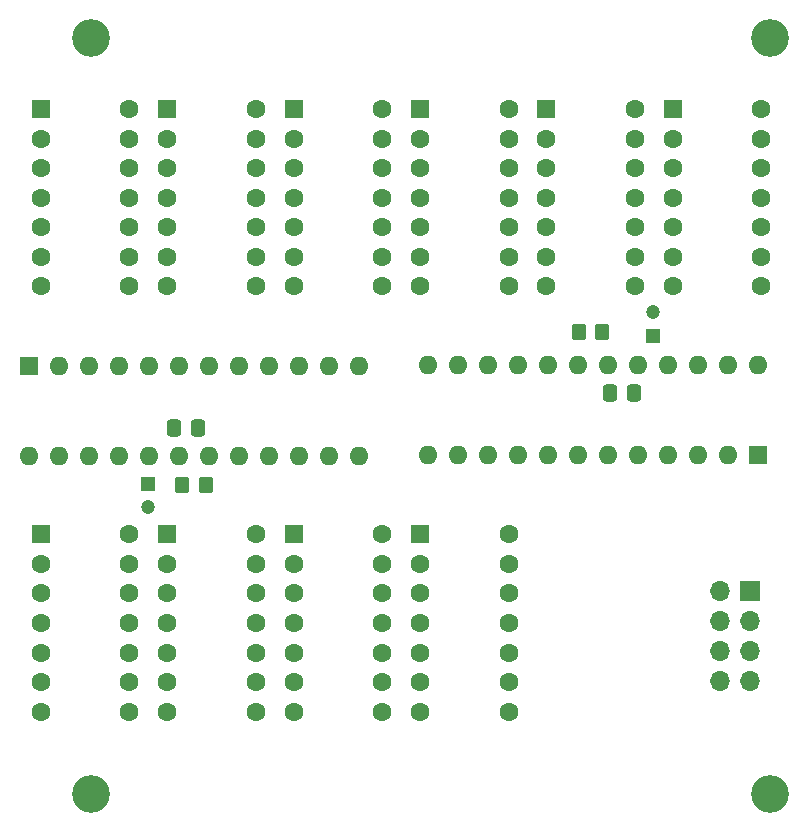
<source format=gts>
G04 #@! TF.GenerationSoftware,KiCad,Pcbnew,7.0.5*
G04 #@! TF.CreationDate,2024-02-16T17:04:07-05:00*
G04 #@! TF.ProjectId,SoyuzLedBoard,536f7975-7a4c-4656-9442-6f6172642e6b,rev?*
G04 #@! TF.SameCoordinates,Original*
G04 #@! TF.FileFunction,Soldermask,Top*
G04 #@! TF.FilePolarity,Negative*
%FSLAX46Y46*%
G04 Gerber Fmt 4.6, Leading zero omitted, Abs format (unit mm)*
G04 Created by KiCad (PCBNEW 7.0.5) date 2024-02-16 17:04:07*
%MOMM*%
%LPD*%
G01*
G04 APERTURE LIST*
G04 Aperture macros list*
%AMRoundRect*
0 Rectangle with rounded corners*
0 $1 Rounding radius*
0 $2 $3 $4 $5 $6 $7 $8 $9 X,Y pos of 4 corners*
0 Add a 4 corners polygon primitive as box body*
4,1,4,$2,$3,$4,$5,$6,$7,$8,$9,$2,$3,0*
0 Add four circle primitives for the rounded corners*
1,1,$1+$1,$2,$3*
1,1,$1+$1,$4,$5*
1,1,$1+$1,$6,$7*
1,1,$1+$1,$8,$9*
0 Add four rect primitives between the rounded corners*
20,1,$1+$1,$2,$3,$4,$5,0*
20,1,$1+$1,$4,$5,$6,$7,0*
20,1,$1+$1,$6,$7,$8,$9,0*
20,1,$1+$1,$8,$9,$2,$3,0*%
G04 Aperture macros list end*
%ADD10C,3.200000*%
%ADD11R,1.600000X1.600000*%
%ADD12C,1.600000*%
%ADD13RoundRect,0.250000X-0.350000X-0.450000X0.350000X-0.450000X0.350000X0.450000X-0.350000X0.450000X0*%
%ADD14RoundRect,0.250000X0.350000X0.450000X-0.350000X0.450000X-0.350000X-0.450000X0.350000X-0.450000X0*%
%ADD15RoundRect,0.250000X-0.337500X-0.475000X0.337500X-0.475000X0.337500X0.475000X-0.337500X0.475000X0*%
%ADD16O,1.600000X1.600000*%
%ADD17R,1.200000X1.200000*%
%ADD18C,1.200000*%
%ADD19R,1.700000X1.700000*%
%ADD20O,1.700000X1.700000*%
G04 APERTURE END LIST*
D10*
X71500000Y-86400000D03*
D11*
X120750000Y-28400000D03*
D12*
X120750000Y-30900000D03*
X120750000Y-33400000D03*
X120750000Y-35900000D03*
X120750000Y-38400000D03*
X120750000Y-40900000D03*
X120750000Y-43400000D03*
X128250000Y-43400000D03*
X128250000Y-40900000D03*
X128250000Y-38400000D03*
X128250000Y-35900000D03*
X128250000Y-33400000D03*
X128250000Y-30900000D03*
X128250000Y-28400000D03*
D11*
X110050000Y-28400000D03*
D12*
X110050000Y-30900000D03*
X110050000Y-33400000D03*
X110050000Y-35900000D03*
X110050000Y-38400000D03*
X110050000Y-40900000D03*
X110050000Y-43400000D03*
X117550000Y-43400000D03*
X117550000Y-40900000D03*
X117550000Y-38400000D03*
X117550000Y-35900000D03*
X117550000Y-33400000D03*
X117550000Y-30900000D03*
X117550000Y-28400000D03*
D11*
X99350000Y-28400000D03*
D12*
X99350000Y-30900000D03*
X99350000Y-33400000D03*
X99350000Y-35900000D03*
X99350000Y-38400000D03*
X99350000Y-40900000D03*
X99350000Y-43400000D03*
X106850000Y-43400000D03*
X106850000Y-40900000D03*
X106850000Y-38400000D03*
X106850000Y-35900000D03*
X106850000Y-33400000D03*
X106850000Y-30900000D03*
X106850000Y-28400000D03*
D13*
X112800000Y-47300000D03*
X114800000Y-47300000D03*
D10*
X129000000Y-22400000D03*
D14*
X79200000Y-60200000D03*
X81200000Y-60200000D03*
D15*
X78525000Y-55400000D03*
X80600000Y-55400000D03*
D11*
X77950000Y-64400000D03*
D12*
X77950000Y-66900000D03*
X77950000Y-69400000D03*
X77950000Y-71900000D03*
X77950000Y-74400000D03*
X77950000Y-76900000D03*
X77950000Y-79400000D03*
X85450000Y-79400000D03*
X85450000Y-76900000D03*
X85450000Y-74400000D03*
X85450000Y-71900000D03*
X85450000Y-69400000D03*
X85450000Y-66900000D03*
X85450000Y-64400000D03*
D11*
X99350000Y-64400000D03*
D12*
X99350000Y-66900000D03*
X99350000Y-69400000D03*
X99350000Y-71900000D03*
X99350000Y-74400000D03*
X99350000Y-76900000D03*
X99350000Y-79400000D03*
X106850000Y-79400000D03*
X106850000Y-76900000D03*
X106850000Y-74400000D03*
X106850000Y-71900000D03*
X106850000Y-69400000D03*
X106850000Y-66900000D03*
X106850000Y-64400000D03*
D10*
X71500000Y-22400000D03*
D11*
X67250000Y-64400000D03*
D12*
X67250000Y-66900000D03*
X67250000Y-69400000D03*
X67250000Y-71900000D03*
X67250000Y-74400000D03*
X67250000Y-76900000D03*
X67250000Y-79400000D03*
X74750000Y-79400000D03*
X74750000Y-76900000D03*
X74750000Y-74400000D03*
X74750000Y-71900000D03*
X74750000Y-69400000D03*
X74750000Y-66900000D03*
X74750000Y-64400000D03*
D11*
X88650000Y-64400000D03*
D12*
X88650000Y-66900000D03*
X88650000Y-69400000D03*
X88650000Y-71900000D03*
X88650000Y-74400000D03*
X88650000Y-76900000D03*
X88650000Y-79400000D03*
X96150000Y-79400000D03*
X96150000Y-76900000D03*
X96150000Y-74400000D03*
X96150000Y-71900000D03*
X96150000Y-69400000D03*
X96150000Y-66900000D03*
X96150000Y-64400000D03*
D11*
X77950000Y-28400000D03*
D12*
X77950000Y-30900000D03*
X77950000Y-33400000D03*
X77950000Y-35900000D03*
X77950000Y-38400000D03*
X77950000Y-40900000D03*
X77950000Y-43400000D03*
X85450000Y-43400000D03*
X85450000Y-40900000D03*
X85450000Y-38400000D03*
X85450000Y-35900000D03*
X85450000Y-33400000D03*
X85450000Y-30900000D03*
X85450000Y-28400000D03*
D15*
X115425000Y-52400000D03*
X117500000Y-52400000D03*
D11*
X88650000Y-28400000D03*
D12*
X88650000Y-30900000D03*
X88650000Y-33400000D03*
X88650000Y-35900000D03*
X88650000Y-38400000D03*
X88650000Y-40900000D03*
X88650000Y-43400000D03*
X96150000Y-43400000D03*
X96150000Y-40900000D03*
X96150000Y-38400000D03*
X96150000Y-35900000D03*
X96150000Y-33400000D03*
X96150000Y-30900000D03*
X96150000Y-28400000D03*
D11*
X67250000Y-28400000D03*
D12*
X67250000Y-30900000D03*
X67250000Y-33400000D03*
X67250000Y-35900000D03*
X67250000Y-38400000D03*
X67250000Y-40900000D03*
X67250000Y-43400000D03*
X74750000Y-43400000D03*
X74750000Y-40900000D03*
X74750000Y-38400000D03*
X74750000Y-35900000D03*
X74750000Y-33400000D03*
X74750000Y-30900000D03*
X74750000Y-28400000D03*
D10*
X129000000Y-86400000D03*
D11*
X66225000Y-50100000D03*
D16*
X68765000Y-50100000D03*
X71305000Y-50100000D03*
X73845000Y-50100000D03*
X76385000Y-50100000D03*
X78925000Y-50100000D03*
X81465000Y-50100000D03*
X84005000Y-50100000D03*
X86545000Y-50100000D03*
X89085000Y-50100000D03*
X91625000Y-50100000D03*
X94165000Y-50100000D03*
X94165000Y-57720000D03*
X91625000Y-57720000D03*
X89085000Y-57720000D03*
X86545000Y-57720000D03*
X84005000Y-57720000D03*
X81465000Y-57720000D03*
X78925000Y-57720000D03*
X76385000Y-57720000D03*
X73845000Y-57720000D03*
X71305000Y-57720000D03*
X68765000Y-57720000D03*
X66225000Y-57720000D03*
D17*
X119100000Y-47572600D03*
D18*
X119100000Y-45572600D03*
D19*
X127275000Y-69200000D03*
D20*
X124735000Y-69200000D03*
X127275000Y-71740000D03*
X124735000Y-71740000D03*
X127275000Y-74280000D03*
X124735000Y-74280000D03*
X127275000Y-76820000D03*
X124735000Y-76820000D03*
D11*
X127975000Y-57700000D03*
D16*
X125435000Y-57700000D03*
X122895000Y-57700000D03*
X120355000Y-57700000D03*
X117815000Y-57700000D03*
X115275000Y-57700000D03*
X112735000Y-57700000D03*
X110195000Y-57700000D03*
X107655000Y-57700000D03*
X105115000Y-57700000D03*
X102575000Y-57700000D03*
X100035000Y-57700000D03*
X100035000Y-50080000D03*
X102575000Y-50080000D03*
X105115000Y-50080000D03*
X107655000Y-50080000D03*
X110195000Y-50080000D03*
X112735000Y-50080000D03*
X115275000Y-50080000D03*
X117815000Y-50080000D03*
X120355000Y-50080000D03*
X122895000Y-50080000D03*
X125435000Y-50080000D03*
X127975000Y-50080000D03*
D17*
X76300000Y-60100000D03*
D18*
X76300000Y-62100000D03*
M02*

</source>
